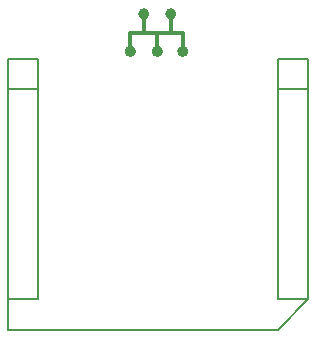
<source format=gbr>
%TF.GenerationSoftware,KiCad,Pcbnew,8.0.0*%
%TF.CreationDate,2025-03-23T20:25:23+05:30*%
%TF.ProjectId,MCU_motorcycle,4d43555f-6d6f-4746-9f72-6379636c652e,rev?*%
%TF.SameCoordinates,Original*%
%TF.FileFunction,Legend,Bot*%
%TF.FilePolarity,Positive*%
%FSLAX46Y46*%
G04 Gerber Fmt 4.6, Leading zero omitted, Abs format (unit mm)*
G04 Created by KiCad (PCBNEW 8.0.0) date 2025-03-23 20:25:23*
%MOMM*%
%LPD*%
G01*
G04 APERTURE LIST*
%ADD10C,0.127000*%
%ADD11C,0.304800*%
%ADD12C,0.508000*%
G04 APERTURE END LIST*
D10*
%TO.C,CON1*%
X172847500Y-70502500D02*
X172847500Y-73122500D01*
X172847500Y-73122500D02*
X195717500Y-73102500D01*
X172857500Y-50202500D02*
X172857500Y-52742500D01*
X172857500Y-52742500D02*
X172857500Y-70522500D01*
X172857500Y-52742500D02*
X175397500Y-52742500D01*
X172857500Y-70522500D02*
X175397500Y-70522500D01*
X175397500Y-50202500D02*
X172857500Y-50202500D01*
X175397500Y-52742500D02*
X175397500Y-50202500D01*
X175397500Y-70522500D02*
X175397500Y-52742500D01*
D11*
X183176500Y-47992700D02*
X183176500Y-49516700D01*
X184319500Y-47992700D02*
X183176500Y-47992700D01*
X184319500Y-47992700D02*
X184319500Y-46341700D01*
X185462500Y-47992700D02*
X184319500Y-47992700D01*
X185462500Y-47992700D02*
X185462500Y-49516700D01*
X186605500Y-47992700D02*
X185462500Y-47992700D01*
X186605500Y-47992700D02*
X186605500Y-46341700D01*
X187621500Y-47992700D02*
X186605500Y-47992700D01*
X187621500Y-47992700D02*
X187621500Y-49516700D01*
D10*
X195717500Y-50202500D02*
X195717500Y-52742500D01*
X195717500Y-50202500D02*
X198257500Y-50202500D01*
X195717500Y-52742500D02*
X195717500Y-70522500D01*
X195717500Y-52742500D02*
X198257500Y-52742500D01*
X195717500Y-70522500D02*
X198257500Y-70522500D01*
X198257500Y-50202500D02*
X198257500Y-70522500D01*
X198257500Y-70522500D02*
X195717500Y-73112500D01*
D12*
X183405100Y-49516700D02*
G75*
G02*
X182947900Y-49516700I-228600J0D01*
G01*
X182947900Y-49516700D02*
G75*
G02*
X183405100Y-49516700I228600J0D01*
G01*
X184548100Y-46341700D02*
G75*
G02*
X184090900Y-46341700I-228600J0D01*
G01*
X184090900Y-46341700D02*
G75*
G02*
X184548100Y-46341700I228600J0D01*
G01*
X185691100Y-49516700D02*
G75*
G02*
X185233900Y-49516700I-228600J0D01*
G01*
X185233900Y-49516700D02*
G75*
G02*
X185691100Y-49516700I228600J0D01*
G01*
X186834100Y-46341700D02*
G75*
G02*
X186376900Y-46341700I-228600J0D01*
G01*
X186376900Y-46341700D02*
G75*
G02*
X186834100Y-46341700I228600J0D01*
G01*
X187850100Y-49516700D02*
G75*
G02*
X187392900Y-49516700I-228600J0D01*
G01*
X187392900Y-49516700D02*
G75*
G02*
X187850100Y-49516700I228600J0D01*
G01*
%TD*%
M02*

</source>
